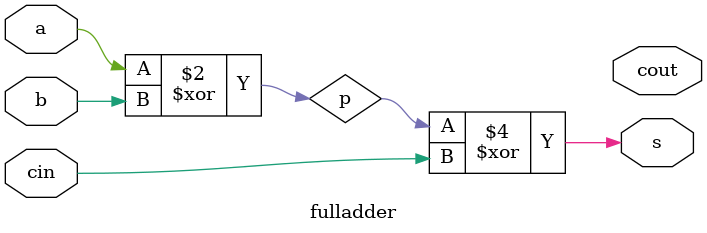
<source format=sv>
/*
 * Project name   :
 * File name      : 4_23p200.sv
 * Created date   : Th06 23 2019
 * Author         : Van-Nam DINH 
 * Last modified  : Th06 23 2019 14:03
 * Desc           :
 */

// example 4.23:    full adder using always/process

module fulladder(
    input       logic       a,b,cin,
    output      logic       s, cout);

    logic p,g;

    always_comb
    begin
        p = a ^ b;          //blocking
        g = a & b;          //blocking 

        s = p ^ cin;        //blocking
        g = g | (p & cin);  //blocking
    end
endmodule

</source>
